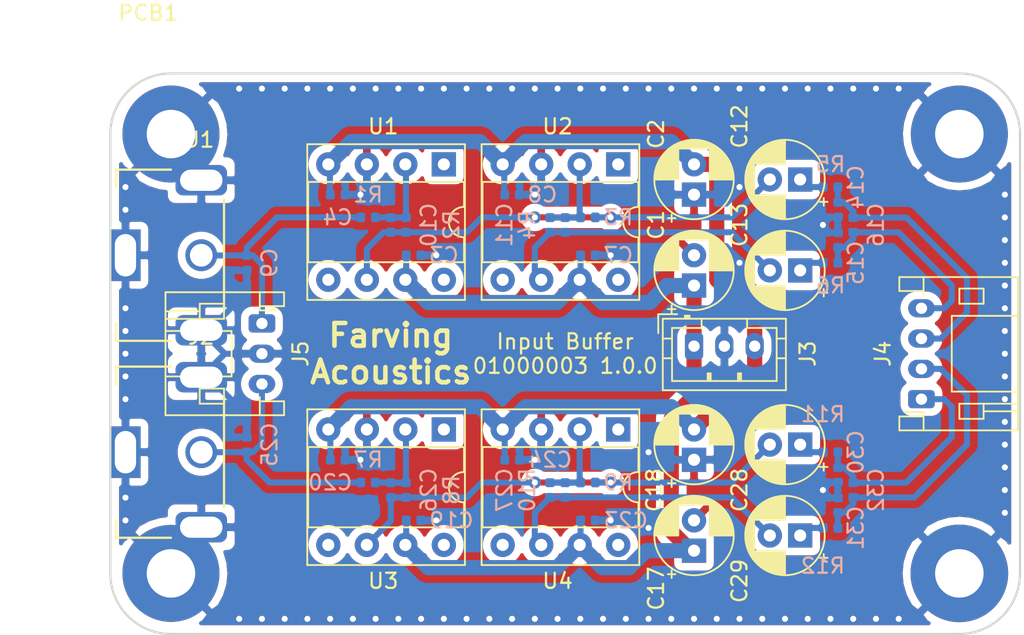
<source format=kicad_pcb>
(kicad_pcb (version 20171130) (host pcbnew "(5.1.2)-1")
  (layers (0 F.Cu signal) (31 B.Cu signal) (34 B.Paste user) (35 F.Paste user) (36 B.SilkS user) (37 F.SilkS user) (38 B.Mask user) (39 F.Mask user) (44 Edge.Cuts user))
  (net 0 "")
  (net 1 +15V)
  (net 2 -15V)
  (net 3 GNDA)
  (net 4 "Net-(C11-Pad2)")
  (net 5 "Net-(C26-Pad2)")
  (net 6 /Phono_L_Buffer/In)
  (net 7 "Net-(C10-Pad2)")
  (net 8 "Net-(C10-Pad1)")
  (net 9 "Net-(C11-Pad1)")
  (net 10 "Net-(C12-Pad1)")
  (net 11 "Net-(C13-Pad1)")
  (net 12 /Phono_L_Buffer/OutN)
  (net 13 /Phono_L_Buffer/OutP)
  (net 14 /Phono_R_Buffer/In)
  (net 15 "Net-(C26-Pad1)")
  (net 16 "Net-(C27-Pad2)")
  (net 17 "Net-(C27-Pad1)")
  (net 18 "Net-(C28-Pad1)")
  (net 19 "Net-(C29-Pad1)")
  (net 20 /Phono_R_Buffer/OutN)
  (net 21 /Phono_R_Buffer/OutP)
  (module PCB:PCB_Board_60x37 (layer F.Cu) (at 154.5 104.5)
    (fp_text reference PCB1 (at -27.5 -22.5) (layer F.SilkS))
    (fp_text value Board_Module)
    (fp_line (start -26 -18.5) (end 26 -18.5) (layer Edge.Cuts) (width 0.15))
    (fp_line (start 30 -14.5) (end 30 14.5) (layer Edge.Cuts) (width 0.15))
    (fp_line (start 26 18.5) (end -26 18.5) (layer Edge.Cuts) (width 0.15))
    (fp_line (start -30 14.5) (end -30 -14.5) (layer Edge.Cuts) (width 0.15))
    (fp_arc (start 26 -14.5) (end 30 -14.5) (angle -90) (layer Edge.Cuts) (width 0.15))
    (fp_arc (start -26 -14.5) (end -26 -18.5) (angle -90) (layer Edge.Cuts) (width 0.15))
    (fp_arc (start -26 14.5) (end -30 14.5) (angle -90) (layer Edge.Cuts) (width 0.15))
    (fp_arc (start 26 14.5) (end 26 18.5) (angle -90) (layer Edge.Cuts) (width 0.15))
    (pad 1 thru_hole circle (at -26 -14.5) (size 6.4 6.4) (drill 3.2) (layers *.Cu *.Mask) (net 3 GNDA))
    (pad 2 thru_hole circle (at -26 14.5) (size 6.4 6.4) (drill 3.2) (layers *.Cu *.Mask) (net 3 GNDA))
    (pad 3 thru_hole circle (at 26 14.5) (size 6.44 6.44) (drill 3.2) (layers *.Cu *.Mask) (net 3 GNDA))
    (pad 4 thru_hole circle (at 26 -14.5) (size 6.4 6.4) (drill 3.2) (layers *.Cu *.Mask) (net 3 GNDA))
  )
  (module Capacitor_THT:CP_Radial_D5.0mm_P2.00mm (layer F.Cu) (at 163 100 90)
    (fp_text reference C1 (at 4 -2.5 90) (layer F.SilkS))
    (fp_text value 10u)
    (pad 2 thru_hole circle (at 2 0 90) (size 1.6 1.6) (drill 0.8) (layers *.Cu *.Mask) (net 3 GNDA))
    (pad 1 thru_hole rect (at 0 0 90) (size 1.6 1.6) (drill 0.8) (layers *.Cu *.Mask) (net 1 +15V))
  )
  (module Capacitor_THT:CP_Radial_D5.0mm_P2.00mm (layer F.Cu) (at 163 94 90)
    (fp_text reference C2 (at 4 -2.5 90) (layer F.SilkS))
    (fp_text value 10u)
    (pad 1 thru_hole rect (at 0 0 90) (size 1.6 1.6) (drill 0.8) (layers *.Cu *.Mask) (net 3 GNDA))
    (pad 2 thru_hole circle (at 2 0 90) (size 1.6 1.6) (drill 0.8) (layers *.Cu *.Mask) (net 2 -15V))
  )
  (module Capacitor_SMD:C_0402_1005Metric (layer B.Cu) (at 144.5 98 180)
    (fp_text reference C3 (at -2 0 180) (layer B.SilkS) (effects (justify mirror)))
    (fp_text value 100n)
    (pad 1 smd roundrect (at -0.485 0 180) (size 0.59 0.64) (layers B.Cu B.Paste B.Mask) (net 3 GNDA))
    (pad 2 smd roundrect (at 0.485 0 180) (size 0.59 0.64) (layers B.Cu B.Paste B.Mask) (net 1 +15V))
  )
  (module Capacitor_SMD:C_0402_1005Metric (layer B.Cu) (at 139.5 94)
    (fp_text reference C4 (at 0 1.5) (layer B.SilkS) (effects (justify mirror)))
    (fp_text value 100n)
    (pad 2 smd roundrect (at 0.485 0) (size 0.59 0.64) (layers B.Cu B.Paste B.Mask) (net 3 GNDA))
    (pad 1 smd roundrect (at -0.485 0) (size 0.59 0.64) (layers B.Cu B.Paste B.Mask) (net 2 -15V))
  )
  (module Capacitor_SMD:C_0402_1005Metric (layer B.Cu) (at 156 98 180)
    (fp_text reference C7 (at -2 0 180) (layer B.SilkS) (effects (justify mirror)))
    (fp_text value 100n)
    (pad 1 smd roundrect (at -0.485 0 180) (size 0.59 0.64) (layers B.Cu B.Paste B.Mask) (net 3 GNDA))
    (pad 2 smd roundrect (at 0.485 0 180) (size 0.59 0.64) (layers B.Cu B.Paste B.Mask) (net 1 +15V))
  )
  (module Capacitor_SMD:C_0402_1005Metric (layer B.Cu) (at 151 94)
    (fp_text reference C8 (at 2 0) (layer B.SilkS) (effects (justify mirror)))
    (fp_text value 100n)
    (pad 2 smd roundrect (at 0.485 0) (size 0.59 0.64) (layers B.Cu B.Paste B.Mask) (net 3 GNDA))
    (pad 1 smd roundrect (at -0.485 0) (size 0.59 0.64) (layers B.Cu B.Paste B.Mask) (net 2 -15V))
  )
  (module Capacitor_SMD:C_0402_1005Metric (layer B.Cu) (at 133.5 98.5 90)
    (fp_text reference C9 (at 0 1.5 90) (layer B.SilkS) (effects (justify mirror)))
    (fp_text value 100p)
    (pad 1 smd roundrect (at -0.485 0 90) (size 0.59 0.64) (layers B.Cu B.Paste B.Mask) (net 3 GNDA))
    (pad 2 smd roundrect (at 0.485 0 90) (size 0.59 0.64) (layers B.Cu B.Paste B.Mask) (net 6 /Phono_L_Buffer/In))
  )
  (module Capacitor_SMD:C_0402_1005Metric (layer B.Cu) (at 143 96 90)
    (fp_text reference C10 (at 0 2.5 90) (layer B.SilkS) (effects (justify mirror)))
    (fp_text value 120p)
    (pad 2 smd roundrect (at 0.485 0 90) (size 0.59 0.64) (layers B.Cu B.Paste B.Mask) (net 7 "Net-(C10-Pad2)"))
    (pad 1 smd roundrect (at -0.485 0 90) (size 0.59 0.64) (layers B.Cu B.Paste B.Mask) (net 8 "Net-(C10-Pad1)"))
  )
  (module Capacitor_SMD:C_0402_1005Metric (layer B.Cu) (at 153.5 96 90)
    (fp_text reference C11 (at 0 -3 90) (layer B.SilkS) (effects (justify mirror)))
    (fp_text value 120p)
    (pad 2 smd roundrect (at 0.485 0 90) (size 0.59 0.64) (layers B.Cu B.Paste B.Mask) (net 4 "Net-(C11-Pad2)"))
    (pad 1 smd roundrect (at -0.485 0 90) (size 0.59 0.64) (layers B.Cu B.Paste B.Mask) (net 9 "Net-(C11-Pad1)"))
  )
  (module Capacitor_THT:CP_Radial_D5.0mm_P2.00mm (layer F.Cu) (at 170 93 180)
    (fp_text reference C12 (at 4 3.5 270) (layer F.SilkS))
    (fp_text value 10u)
    (pad 1 thru_hole rect (at 0 0 180) (size 1.6 1.6) (drill 0.8) (layers *.Cu *.Mask) (net 10 "Net-(C12-Pad1)"))
    (pad 2 thru_hole circle (at 2 0 180) (size 1.6 1.6) (drill 0.8) (layers *.Cu *.Mask) (net 8 "Net-(C10-Pad1)"))
  )
  (module Capacitor_THT:CP_Radial_D5.0mm_P2.00mm (layer F.Cu) (at 170 99 180)
    (fp_text reference C13 (at 4 3 270) (layer F.SilkS))
    (fp_text value 10u)
    (pad 2 thru_hole circle (at 2 0 180) (size 1.6 1.6) (drill 0.8) (layers *.Cu *.Mask) (net 9 "Net-(C11-Pad1)"))
    (pad 1 thru_hole rect (at 0 0 180) (size 1.6 1.6) (drill 0.8) (layers *.Cu *.Mask) (net 11 "Net-(C13-Pad1)"))
  )
  (module Capacitor_SMD:C_0402_1005Metric (layer B.Cu) (at 172.5 95 90)
    (fp_text reference C14 (at 1.5 1.17 90) (layer B.SilkS) (effects (justify mirror)))
    (fp_text value 1n)
    (pad 1 smd roundrect (at -0.485 0 90) (size 0.59 0.64) (layers B.Cu B.Paste B.Mask) (net 3 GNDA))
    (pad 2 smd roundrect (at 0.485 0 90) (size 0.59 0.64) (layers B.Cu B.Paste B.Mask) (net 12 /Phono_L_Buffer/OutN))
  )
  (module Capacitor_SMD:C_0402_1005Metric (layer B.Cu) (at 172.5 97 90)
    (fp_text reference C15 (at -1.5 1.17 90) (layer B.SilkS) (effects (justify mirror)))
    (fp_text value 1n)
    (pad 1 smd roundrect (at -0.485 0 90) (size 0.59 0.64) (layers B.Cu B.Paste B.Mask) (net 13 /Phono_L_Buffer/OutP))
    (pad 2 smd roundrect (at 0.485 0 90) (size 0.59 0.64) (layers B.Cu B.Paste B.Mask) (net 3 GNDA))
  )
  (module Capacitor_SMD:C_0402_1005Metric (layer B.Cu) (at 173.5 96 90)
    (fp_text reference C16 (at 0 1.5 90) (layer B.SilkS) (effects (justify mirror)))
    (fp_text value 100n)
    (pad 2 smd roundrect (at 0.485 0 90) (size 0.59 0.64) (layers B.Cu B.Paste B.Mask) (net 12 /Phono_L_Buffer/OutN))
    (pad 1 smd roundrect (at -0.485 0 90) (size 0.59 0.64) (layers B.Cu B.Paste B.Mask) (net 13 /Phono_L_Buffer/OutP))
  )
  (module Capacitor_THT:CP_Radial_D5.0mm_P2.00mm (layer F.Cu) (at 163 117.5 90)
    (fp_text reference C17 (at -2.5 -2.5 90) (layer F.SilkS))
    (fp_text value 10u)
    (pad 1 thru_hole rect (at 0 0 90) (size 1.6 1.6) (drill 0.8) (layers *.Cu *.Mask) (net 1 +15V))
    (pad 2 thru_hole circle (at 2 0 90) (size 1.6 1.6) (drill 0.8) (layers *.Cu *.Mask) (net 3 GNDA))
  )
  (module Capacitor_THT:CP_Radial_D5.0mm_P2.00mm (layer F.Cu) (at 163 111.5 90)
    (fp_text reference C18 (at -2 -2.62 90) (layer F.SilkS))
    (fp_text value 10u)
    (pad 2 thru_hole circle (at 2 0 90) (size 1.6 1.6) (drill 0.8) (layers *.Cu *.Mask) (net 2 -15V))
    (pad 1 thru_hole rect (at 0 0 90) (size 1.6 1.6) (drill 0.8) (layers *.Cu *.Mask) (net 3 GNDA))
  )
  (module Capacitor_SMD:C_0402_1005Metric (layer B.Cu) (at 144.5 115.5 180)
    (fp_text reference C19 (at -2.5 0 180) (layer B.SilkS) (effects (justify mirror)))
    (fp_text value 100n)
    (pad 1 smd roundrect (at -0.485 0 180) (size 0.59 0.64) (layers B.Cu B.Paste B.Mask) (net 3 GNDA))
    (pad 2 smd roundrect (at 0.485 0 180) (size 0.59 0.64) (layers B.Cu B.Paste B.Mask) (net 1 +15V))
  )
  (module Capacitor_SMD:C_0402_1005Metric (layer B.Cu) (at 139.5 111.5)
    (fp_text reference C20 (at -0.5 1.5) (layer B.SilkS) (effects (justify mirror)))
    (fp_text value 100n)
    (pad 1 smd roundrect (at -0.485 0) (size 0.59 0.64) (layers B.Cu B.Paste B.Mask) (net 2 -15V))
    (pad 2 smd roundrect (at 0.485 0) (size 0.59 0.64) (layers B.Cu B.Paste B.Mask) (net 3 GNDA))
  )
  (module Capacitor_SMD:C_0402_1005Metric (layer B.Cu) (at 156 115.5 180)
    (fp_text reference C23 (at -2.5 0 180) (layer B.SilkS) (effects (justify mirror)))
    (fp_text value 100n)
    (pad 1 smd roundrect (at -0.485 0 180) (size 0.59 0.64) (layers B.Cu B.Paste B.Mask) (net 3 GNDA))
    (pad 2 smd roundrect (at 0.485 0 180) (size 0.59 0.64) (layers B.Cu B.Paste B.Mask) (net 1 +15V))
  )
  (module Capacitor_SMD:C_0402_1005Metric (layer B.Cu) (at 151 111.5)
    (fp_text reference C24 (at 2.5 0) (layer B.SilkS) (effects (justify mirror)))
    (fp_text value 100n)
    (pad 2 smd roundrect (at 0.485 0) (size 0.59 0.64) (layers B.Cu B.Paste B.Mask) (net 3 GNDA))
    (pad 1 smd roundrect (at -0.485 0) (size 0.59 0.64) (layers B.Cu B.Paste B.Mask) (net 2 -15V))
  )
  (module Capacitor_SMD:C_0402_1005Metric (layer B.Cu) (at 133.5 110.5 270)
    (fp_text reference C25 (at 0 -1.5 270) (layer B.SilkS) (effects (justify mirror)))
    (fp_text value 100p)
    (pad 1 smd roundrect (at -0.485 0 270) (size 0.59 0.64) (layers B.Cu B.Paste B.Mask) (net 3 GNDA))
    (pad 2 smd roundrect (at 0.485 0 270) (size 0.59 0.64) (layers B.Cu B.Paste B.Mask) (net 14 /Phono_R_Buffer/In))
  )
  (module Capacitor_SMD:C_0402_1005Metric (layer B.Cu) (at 143 113.5 90)
    (fp_text reference C26 (at 0 2.5 90) (layer B.SilkS) (effects (justify mirror)))
    (fp_text value 120p)
    (pad 2 smd roundrect (at 0.485 0 90) (size 0.59 0.64) (layers B.Cu B.Paste B.Mask) (net 5 "Net-(C26-Pad2)"))
    (pad 1 smd roundrect (at -0.485 0 90) (size 0.59 0.64) (layers B.Cu B.Paste B.Mask) (net 15 "Net-(C26-Pad1)"))
  )
  (module Capacitor_SMD:C_0402_1005Metric (layer B.Cu) (at 153.5 113.5 90)
    (fp_text reference C27 (at 0 -3 90) (layer B.SilkS) (effects (justify mirror)))
    (fp_text value 120p)
    (pad 2 smd roundrect (at 0.485 0 90) (size 0.59 0.64) (layers B.Cu B.Paste B.Mask) (net 16 "Net-(C27-Pad2)"))
    (pad 1 smd roundrect (at -0.485 0 90) (size 0.59 0.64) (layers B.Cu B.Paste B.Mask) (net 17 "Net-(C27-Pad1)"))
  )
  (module Capacitor_THT:CP_Radial_D5.0mm_P2.00mm (layer F.Cu) (at 170 110.5 180)
    (fp_text reference C28 (at 4 -3 270) (layer F.SilkS))
    (fp_text value 10u)
    (pad 1 thru_hole rect (at 0 0 180) (size 1.6 1.6) (drill 0.8) (layers *.Cu *.Mask) (net 18 "Net-(C28-Pad1)"))
    (pad 2 thru_hole circle (at 2 0 180) (size 1.6 1.6) (drill 0.8) (layers *.Cu *.Mask) (net 15 "Net-(C26-Pad1)"))
  )
  (module Capacitor_THT:CP_Radial_D5.0mm_P2.00mm (layer F.Cu) (at 170 116.5 180)
    (fp_text reference C29 (at 4 -3 270) (layer F.SilkS))
    (fp_text value 10u)
    (pad 2 thru_hole circle (at 2 0 180) (size 1.6 1.6) (drill 0.8) (layers *.Cu *.Mask) (net 17 "Net-(C27-Pad1)"))
    (pad 1 thru_hole rect (at 0 0 180) (size 1.6 1.6) (drill 0.8) (layers *.Cu *.Mask) (net 19 "Net-(C29-Pad1)"))
  )
  (module Capacitor_SMD:C_0402_1005Metric (layer B.Cu) (at 172.5 112.5 90)
    (fp_text reference C30 (at 1.5 1.17 90) (layer B.SilkS) (effects (justify mirror)))
    (fp_text value 1n)
    (pad 1 smd roundrect (at -0.485 0 90) (size 0.59 0.64) (layers B.Cu B.Paste B.Mask) (net 3 GNDA))
    (pad 2 smd roundrect (at 0.485 0 90) (size 0.59 0.64) (layers B.Cu B.Paste B.Mask) (net 20 /Phono_R_Buffer/OutN))
  )
  (module Capacitor_SMD:C_0402_1005Metric (layer B.Cu) (at 172.5 114.5 90)
    (fp_text reference C31 (at -1.5 1.17 90) (layer B.SilkS) (effects (justify mirror)))
    (fp_text value 1n)
    (pad 2 smd roundrect (at 0.485 0 90) (size 0.59 0.64) (layers B.Cu B.Paste B.Mask) (net 3 GNDA))
    (pad 1 smd roundrect (at -0.485 0 90) (size 0.59 0.64) (layers B.Cu B.Paste B.Mask) (net 21 /Phono_R_Buffer/OutP))
  )
  (module Capacitor_SMD:C_0402_1005Metric (layer B.Cu) (at 173.5 113.5 90)
    (fp_text reference C32 (at 0 1.5 90) (layer B.SilkS) (effects (justify mirror)))
    (fp_text value 100n)
    (pad 2 smd roundrect (at 0.485 0 90) (size 0.59 0.64) (layers B.Cu B.Paste B.Mask) (net 20 /Phono_R_Buffer/OutN))
    (pad 1 smd roundrect (at -0.485 0 90) (size 0.59 0.64) (layers B.Cu B.Paste B.Mask) (net 21 /Phono_R_Buffer/OutP))
  )
  (module Connector_JST:JST_PH_B3B-PH-K_1x03_P2.00mm_Vertical (layer F.Cu) (at 163 104)
    (fp_text reference J3 (at 7.5 0.5 90) (layer F.SilkS))
    (fp_text value JST_PH_B3B-PH-K)
    (pad 1 thru_hole roundrect (at 0 0) (size 1.2 1.75) (drill 0.75) (layers *.Cu *.Mask) (roundrect_rratio 0.208333) (net 1 +15V))
    (pad 2 thru_hole oval (at 2 0) (size 1.2 1.75) (drill 0.75) (layers *.Cu *.Mask) (net 3 GNDA))
    (pad 3 thru_hole oval (at 4 0) (size 1.2 1.75) (drill 0.75) (layers *.Cu *.Mask) (net 2 -15V))
  )
  (module Resistor_SMD:R_0402_1005Metric (layer B.Cu) (at 141.5 95.5 180)
    (fp_text reference R1 (at 0 1.5 180) (layer B.SilkS) (effects (justify mirror)))
    (fp_text value 5k76)
    (pad 2 smd roundrect (at 0.485 0 180) (size 0.59 0.64) (layers B.Cu B.Paste B.Mask) (net 6 /Phono_L_Buffer/In))
    (pad 1 smd roundrect (at -0.485 0 180) (size 0.59 0.64) (layers B.Cu B.Paste B.Mask) (net 7 "Net-(C10-Pad2)"))
  )
  (module Resistor_SMD:R_0402_1005Metric (layer B.Cu) (at 144 96 90)
    (fp_text reference R2 (at 0 3 90) (layer B.SilkS) (effects (justify mirror)))
    (fp_text value 5k76)
    (pad 1 smd roundrect (at -0.485 0 90) (size 0.59 0.64) (layers B.Cu B.Paste B.Mask) (net 8 "Net-(C10-Pad1)"))
    (pad 2 smd roundrect (at 0.485 0 90) (size 0.59 0.64) (layers B.Cu B.Paste B.Mask) (net 7 "Net-(C10-Pad2)"))
  )
  (module Resistor_SMD:R_0402_1005Metric (layer B.Cu) (at 156 95.5 180)
    (fp_text reference R3 (at -2 0 180) (layer B.SilkS) (effects (justify mirror)))
    (fp_text value 5k76)
    (pad 2 smd roundrect (at 0.485 0 180) (size 0.59 0.64) (layers B.Cu B.Paste B.Mask) (net 4 "Net-(C11-Pad2)"))
    (pad 1 smd roundrect (at -0.485 0 180) (size 0.59 0.64) (layers B.Cu B.Paste B.Mask) (net 8 "Net-(C10-Pad1)"))
  )
  (module Resistor_SMD:R_0402_1005Metric (layer B.Cu) (at 154.5 96 90)
    (fp_text reference R4 (at 0 -2.5 90) (layer B.SilkS) (effects (justify mirror)))
    (fp_text value 5k76)
    (pad 1 smd roundrect (at -0.485 0 90) (size 0.59 0.64) (layers B.Cu B.Paste B.Mask) (net 9 "Net-(C11-Pad1)"))
    (pad 2 smd roundrect (at 0.485 0 90) (size 0.59 0.64) (layers B.Cu B.Paste B.Mask) (net 4 "Net-(C11-Pad2)"))
  )
  (module Resistor_SMD:R_0402_1005Metric (layer B.Cu) (at 172 93.5 180)
    (fp_text reference R5 (at 0 1.5 180) (layer B.SilkS) (effects (justify mirror)))
    (fp_text value 237R)
    (pad 1 smd roundrect (at -0.485 0 180) (size 0.59 0.64) (layers B.Cu B.Paste B.Mask) (net 12 /Phono_L_Buffer/OutN))
    (pad 2 smd roundrect (at 0.485 0 180) (size 0.59 0.64) (layers B.Cu B.Paste B.Mask) (net 10 "Net-(C12-Pad1)"))
  )
  (module Resistor_SMD:R_0402_1005Metric (layer B.Cu) (at 172 98.5 180)
    (fp_text reference R6 (at 0 -1.5 180) (layer B.SilkS) (effects (justify mirror)))
    (fp_text value 237R)
    (pad 2 smd roundrect (at 0.485 0 180) (size 0.59 0.64) (layers B.Cu B.Paste B.Mask) (net 11 "Net-(C13-Pad1)"))
    (pad 1 smd roundrect (at -0.485 0 180) (size 0.59 0.64) (layers B.Cu B.Paste B.Mask) (net 13 /Phono_L_Buffer/OutP))
  )
  (module Resistor_SMD:R_0402_1005Metric (layer B.Cu) (at 141.5 113 180)
    (fp_text reference R7 (at 0 1.5 180) (layer B.SilkS) (effects (justify mirror)))
    (fp_text value 5k76)
    (pad 1 smd roundrect (at -0.485 0 180) (size 0.59 0.64) (layers B.Cu B.Paste B.Mask) (net 5 "Net-(C26-Pad2)"))
    (pad 2 smd roundrect (at 0.485 0 180) (size 0.59 0.64) (layers B.Cu B.Paste B.Mask) (net 14 /Phono_R_Buffer/In))
  )
  (module Resistor_SMD:R_0402_1005Metric (layer B.Cu) (at 144 113.5 90)
    (fp_text reference R8 (at 0 3 90) (layer B.SilkS) (effects (justify mirror)))
    (fp_text value 5k76)
    (pad 2 smd roundrect (at 0.485 0 90) (size 0.59 0.64) (layers B.Cu B.Paste B.Mask) (net 5 "Net-(C26-Pad2)"))
    (pad 1 smd roundrect (at -0.485 0 90) (size 0.59 0.64) (layers B.Cu B.Paste B.Mask) (net 15 "Net-(C26-Pad1)"))
  )
  (module Resistor_SMD:R_0402_1005Metric (layer B.Cu) (at 156 113 180)
    (fp_text reference R9 (at -2 0 180) (layer B.SilkS) (effects (justify mirror)))
    (fp_text value 5k76)
    (pad 2 smd roundrect (at 0.485 0 180) (size 0.59 0.64) (layers B.Cu B.Paste B.Mask) (net 16 "Net-(C27-Pad2)"))
    (pad 1 smd roundrect (at -0.485 0 180) (size 0.59 0.64) (layers B.Cu B.Paste B.Mask) (net 15 "Net-(C26-Pad1)"))
  )
  (module Resistor_SMD:R_0402_1005Metric (layer B.Cu) (at 154.5 113.5 90)
    (fp_text reference R10 (at 0 -2.5 270) (layer B.SilkS) (effects (justify mirror)))
    (fp_text value 5k76)
    (pad 1 smd roundrect (at -0.485 0 90) (size 0.59 0.64) (layers B.Cu B.Paste B.Mask) (net 17 "Net-(C27-Pad1)"))
    (pad 2 smd roundrect (at 0.485 0 90) (size 0.59 0.64) (layers B.Cu B.Paste B.Mask) (net 16 "Net-(C27-Pad2)"))
  )
  (module Resistor_SMD:R_0402_1005Metric (layer B.Cu) (at 172 111 180)
    (fp_text reference R11 (at 0.5 2.5 180) (layer B.SilkS) (effects (justify mirror)))
    (fp_text value 237R)
    (pad 2 smd roundrect (at 0.485 0 180) (size 0.59 0.64) (layers B.Cu B.Paste B.Mask) (net 18 "Net-(C28-Pad1)"))
    (pad 1 smd roundrect (at -0.485 0 180) (size 0.59 0.64) (layers B.Cu B.Paste B.Mask) (net 20 /Phono_R_Buffer/OutN))
  )
  (module Resistor_SMD:R_0402_1005Metric (layer B.Cu) (at 172 116 180)
    (fp_text reference R12 (at 0.5 -2.5 180) (layer B.SilkS) (effects (justify mirror)))
    (fp_text value 237R)
    (pad 1 smd roundrect (at -0.485 0 180) (size 0.59 0.64) (layers B.Cu B.Paste B.Mask) (net 21 /Phono_R_Buffer/OutP))
    (pad 2 smd roundrect (at 0.485 0 180) (size 0.59 0.64) (layers B.Cu B.Paste B.Mask) (net 19 "Net-(C29-Pad1)"))
  )
  (module Package_DIP:DIP-8_W7.62mm_Socket (layer F.Cu) (at 146.5 92 270)
    (fp_text reference U1 (at -2.5 4) (layer F.SilkS))
    (fp_text value AD797)
    (pad 8 thru_hole oval (at 7.62 0 270) (size 1.6 1.6) (drill 0.8) (layers *.Cu *.Mask))
    (pad 4 thru_hole oval (at 0 7.62 270) (size 1.6 1.6) (drill 0.8) (layers *.Cu *.Mask) (net 2 -15V))
    (pad 7 thru_hole oval (at 7.62 2.54 270) (size 1.6 1.6) (drill 0.8) (layers *.Cu *.Mask) (net 1 +15V))
    (pad 3 thru_hole oval (at 0 5.08 270) (size 1.6 1.6) (drill 0.8) (layers *.Cu *.Mask) (net 3 GNDA))
    (pad 6 thru_hole oval (at 7.62 5.08 270) (size 1.6 1.6) (drill 0.8) (layers *.Cu *.Mask) (net 8 "Net-(C10-Pad1)"))
    (pad 2 thru_hole oval (at 0 2.54 270) (size 1.6 1.6) (drill 0.8) (layers *.Cu *.Mask) (net 7 "Net-(C10-Pad2)"))
    (pad 5 thru_hole oval (at 7.62 7.62 270) (size 1.6 1.6) (drill 0.8) (layers *.Cu *.Mask))
    (pad 1 thru_hole rect (at 0 0 270) (size 1.6 1.6) (drill 0.8) (layers *.Cu *.Mask))
  )
  (module Package_DIP:DIP-8_W7.62mm_Socket (layer F.Cu) (at 158 92 270)
    (fp_text reference U2 (at -2.5 4) (layer F.SilkS))
    (fp_text value AD797)
    (pad 1 thru_hole rect (at 0 0 270) (size 1.6 1.6) (drill 0.8) (layers *.Cu *.Mask))
    (pad 5 thru_hole oval (at 7.62 7.62 270) (size 1.6 1.6) (drill 0.8) (layers *.Cu *.Mask))
    (pad 2 thru_hole oval (at 0 2.54 270) (size 1.6 1.6) (drill 0.8) (layers *.Cu *.Mask) (net 4 "Net-(C11-Pad2)"))
    (pad 6 thru_hole oval (at 7.62 5.08 270) (size 1.6 1.6) (drill 0.8) (layers *.Cu *.Mask) (net 9 "Net-(C11-Pad1)"))
    (pad 3 thru_hole oval (at 0 5.08 270) (size 1.6 1.6) (drill 0.8) (layers *.Cu *.Mask) (net 3 GNDA))
    (pad 7 thru_hole oval (at 7.62 2.54 270) (size 1.6 1.6) (drill 0.8) (layers *.Cu *.Mask) (net 1 +15V))
    (pad 4 thru_hole oval (at 0 7.62 270) (size 1.6 1.6) (drill 0.8) (layers *.Cu *.Mask) (net 2 -15V))
    (pad 8 thru_hole oval (at 7.62 0 270) (size 1.6 1.6) (drill 0.8) (layers *.Cu *.Mask))
  )
  (module Package_DIP:DIP-8_W7.62mm_Socket (layer F.Cu) (at 146.5 109.5 270)
    (fp_text reference U3 (at 10 4) (layer F.SilkS))
    (fp_text value AD797)
    (pad 8 thru_hole oval (at 7.62 0 270) (size 1.6 1.6) (drill 0.8) (layers *.Cu *.Mask))
    (pad 4 thru_hole oval (at 0 7.62 270) (size 1.6 1.6) (drill 0.8) (layers *.Cu *.Mask) (net 2 -15V))
    (pad 7 thru_hole oval (at 7.62 2.54 270) (size 1.6 1.6) (drill 0.8) (layers *.Cu *.Mask) (net 1 +15V))
    (pad 3 thru_hole oval (at 0 5.08 270) (size 1.6 1.6) (drill 0.8) (layers *.Cu *.Mask) (net 3 GNDA))
    (pad 6 thru_hole oval (at 7.62 5.08 270) (size 1.6 1.6) (drill 0.8) (layers *.Cu *.Mask) (net 15 "Net-(C26-Pad1)"))
    (pad 2 thru_hole oval (at 0 2.54 270) (size 1.6 1.6) (drill 0.8) (layers *.Cu *.Mask) (net 5 "Net-(C26-Pad2)"))
    (pad 5 thru_hole oval (at 7.62 7.62 270) (size 1.6 1.6) (drill 0.8) (layers *.Cu *.Mask))
    (pad 1 thru_hole rect (at 0 0 270) (size 1.6 1.6) (drill 0.8) (layers *.Cu *.Mask))
  )
  (module Package_DIP:DIP-8_W7.62mm_Socket (layer F.Cu) (at 158 109.5 270)
    (fp_text reference U4 (at 10 4) (layer F.SilkS))
    (fp_text value AD797)
    (pad 1 thru_hole rect (at 0 0 270) (size 1.6 1.6) (drill 0.8) (layers *.Cu *.Mask))
    (pad 5 thru_hole oval (at 7.62 7.62 270) (size 1.6 1.6) (drill 0.8) (layers *.Cu *.Mask))
    (pad 2 thru_hole oval (at 0 2.54 270) (size 1.6 1.6) (drill 0.8) (layers *.Cu *.Mask) (net 16 "Net-(C27-Pad2)"))
    (pad 6 thru_hole oval (at 7.62 5.08 270) (size 1.6 1.6) (drill 0.8) (layers *.Cu *.Mask) (net 17 "Net-(C27-Pad1)"))
    (pad 3 thru_hole oval (at 0 5.08 270) (size 1.6 1.6) (drill 0.8) (layers *.Cu *.Mask) (net 3 GNDA))
    (pad 7 thru_hole oval (at 7.62 2.54 270) (size 1.6 1.6) (drill 0.8) (layers *.Cu *.Mask) (net 1 +15V))
    (pad 4 thru_hole oval (at 0 7.62 270) (size 1.6 1.6) (drill 0.8) (layers *.Cu *.Mask) (net 2 -15V))
    (pad 8 thru_hole oval (at 7.62 0 270) (size 1.6 1.6) (drill 0.8) (layers *.Cu *.Mask))
  )
  (module Connector_Audio_Devel:RCA_Horizontal_RNDConnect (layer F.Cu) (at 130.5 98)
    (fp_text reference J1 (at 0 -7.62) (layer F.SilkS))
    (fp_text value "RND 205-00698")
    (pad S thru_hole rect (at -5 0) (size 2 3.4) (drill oval 1.4 2.8) (layers *.Cu *.Mask) (net 3 GNDA))
    (pad S thru_hole roundrect (at 0 4.95) (size 3.4 2) (drill oval 2.8 1.4) (layers *.Cu *.Mask) (net 3 GNDA))
    (pad T thru_hole circle (at 0 0) (size 2.1 2.1) (drill 1.5) (layers *.Cu *.Mask) (net 6 /Phono_L_Buffer/In))
    (pad S thru_hole roundrect (at 0 -4.95 90) (size 2 3.4) (drill oval 1.4 2.8) (layers *.Cu *.Mask) (net 3 GNDA))
  )
  (module Connector_Audio_Devel:RCA_Horizontal_RNDConnect (layer F.Cu) (at 130.5 111)
    (fp_text reference J2 (at 0 -7.62) (layer F.SilkS))
    (fp_text value "RND 205-00699")
    (pad S thru_hole roundrect (at 0 -4.95 90) (size 2 3.4) (drill oval 1.4 2.8) (layers *.Cu *.Mask) (net 3 GNDA))
    (pad T thru_hole circle (at 0 0) (size 2.1 2.1) (drill 1.5) (layers *.Cu *.Mask) (net 14 /Phono_R_Buffer/In))
    (pad S thru_hole roundrect (at 0 4.95) (size 3.4 2) (drill oval 2.8 1.4) (layers *.Cu *.Mask) (net 3 GNDA))
    (pad S thru_hole rect (at -5 0) (size 2 3.4) (drill oval 1.4 2.8) (layers *.Cu *.Mask) (net 3 GNDA))
  )
  (module Connector_JST:JST_PH_S4B-PH-K_1x04_P2.00mm_Horizontal (layer F.Cu) (at 178 107.5 90)
    (fp_text reference J4 (at 3 -2.55 90) (layer F.SilkS))
    (fp_text value JST_PH_S4B-PH-K)
    (pad 1 thru_hole roundrect (at 0 0 90) (size 1.2 1.75) (drill 0.75) (layers *.Cu *.Mask) (roundrect_rratio 0.208333) (net 20 /Phono_R_Buffer/OutN))
    (pad 2 thru_hole oval (at 2 0 90) (size 1.2 1.75) (drill 0.75) (layers *.Cu *.Mask) (net 21 /Phono_R_Buffer/OutP))
    (pad 3 thru_hole oval (at 4 0 90) (size 1.2 1.75) (drill 0.75) (layers *.Cu *.Mask) (net 12 /Phono_L_Buffer/OutN))
    (pad 4 thru_hole oval (at 6 0 90) (size 1.2 1.75) (drill 0.75) (layers *.Cu *.Mask) (net 13 /Phono_L_Buffer/OutP))
  )
  (module Connector_JST:JST_PH_S3B-PH-K_1x03_P2.00mm_Horizontal (layer F.Cu) (at 134.5 102.5 270)
    (fp_text reference J5 (at 2 -2.55 270) (layer F.SilkS))
    (fp_text value JST_PH_S3B-PH-K)
    (pad 1 thru_hole roundrect (at 0 0 270) (size 1.2 1.75) (drill 0.75) (layers *.Cu *.Mask) (roundrect_rratio 0.208333) (net 6 /Phono_L_Buffer/In))
    (pad 2 thru_hole oval (at 2 0 270) (size 1.2 1.75) (drill 0.75) (layers *.Cu *.Mask) (net 3 GNDA))
    (pad 3 thru_hole oval (at 4 0 270) (size 1.2 1.75) (drill 0.75) (layers *.Cu *.Mask) (net 14 /Phono_R_Buffer/In))
  )
  (gr_text "Input Buffer\n01000003 1.0.0" (at 154.5 104.5) (layer F.SilkS) (effects (font (size 1 1))))
  (gr_text "Farving\nAcoustics" (at 143 104.5) (layer F.SilkS) (effects (font (size 1.5 1.5) (thickness 0.3))))
  (segment (start 144.015 99.565) (end 143.96 99.62) (width 0.4) (layer B.Cu) (net 1))
  (segment (start 144.015 98) (end 144.015 99.565) (width 0.4) (layer B.Cu) (net 1))
  (segment (start 155.515 99.565) (end 155.46 99.62) (width 0.4) (layer B.Cu) (net 1))
  (segment (start 155.515 98) (end 155.515 99.565) (width 0.4) (layer B.Cu) (net 1))
  (segment (start 144.015 117.065) (end 143.96 117.12) (width 0.4) (layer B.Cu) (net 1))
  (segment (start 144.015 115.5) (end 144.015 117.065) (width 0.4) (layer B.Cu) (net 1))
  (segment (start 155.515 117.065) (end 155.46 117.12) (width 0.4) (layer B.Cu) (net 1))
  (segment (start 155.515 115.5) (end 155.515 117.065) (width 0.4) (layer B.Cu) (net 1))
  (segment (start 156.259999 100.419999) (end 155.46 99.62) (width 1) (layer B.Cu) (net 1))
  (segment (start 156.960001 101.120001) (end 156.259999 100.419999) (width 1) (layer B.Cu) (net 1))
  (segment (start 160.079999 101.120001) (end 156.960001 101.120001) (width 1) (layer B.Cu) (net 1))
  (segment (start 161.2 100) (end 160.079999 101.120001) (width 1) (layer B.Cu) (net 1))
  (segment (start 163 100) (end 161.2 100) (width 1) (layer B.Cu) (net 1))
  (segment (start 144.759999 100.419999) (end 143.96 99.62) (width 1) (layer B.Cu) (net 1))
  (segment (start 145.460001 101.120001) (end 144.759999 100.419999) (width 1) (layer B.Cu) (net 1))
  (segment (start 153.959999 101.120001) (end 145.460001 101.120001) (width 1) (layer B.Cu) (net 1))
  (segment (start 155.46 99.62) (end 153.959999 101.120001) (width 1) (layer B.Cu) (net 1))
  (segment (start 156.259999 117.919999) (end 155.46 117.12) (width 1) (layer B.Cu) (net 1))
  (segment (start 156.960001 118.620001) (end 156.259999 117.919999) (width 1) (layer B.Cu) (net 1))
  (segment (start 158.720001 118.620001) (end 156.960001 118.620001) (width 1) (layer B.Cu) (net 1))
  (segment (start 159.840002 117.5) (end 158.720001 118.620001) (width 1) (layer B.Cu) (net 1))
  (segment (start 163 117.5) (end 159.840002 117.5) (width 1) (layer B.Cu) (net 1))
  (segment (start 144.759999 117.919999) (end 143.96 117.12) (width 1) (layer B.Cu) (net 1))
  (segment (start 145.460001 118.620001) (end 144.759999 117.919999) (width 1) (layer B.Cu) (net 1))
  (segment (start 153.959999 118.620001) (end 145.460001 118.620001) (width 1) (layer B.Cu) (net 1))
  (segment (start 155.46 117.12) (end 153.959999 118.620001) (width 1) (layer B.Cu) (net 1))
  (segment (start 163 104) (end 163 100) (width 1) (layer F.Cu) (net 1))
  (segment (start 162.779998 117.5) (end 163 117.5) (width 1) (layer F.Cu) (net 1))
  (segment (start 161.499999 116.220001) (end 162.779998 117.5) (width 1) (layer F.Cu) (net 1))
  (segment (start 161.499999 108.779999) (end 161.499999 116.220001) (width 1) (layer F.Cu) (net 1))
  (segment (start 163 107.279998) (end 161.499999 108.779999) (width 1) (layer F.Cu) (net 1))
  (segment (start 163 104) (end 163 107.279998) (width 1) (layer F.Cu) (net 1))
  (segment (start 138.985 92.105) (end 138.88 92) (width 0.4) (layer B.Cu) (net 2))
  (segment (start 138.985 94) (end 138.985 92.105) (width 0.4) (layer B.Cu) (net 2))
  (segment (start 150.485 92.105) (end 150.38 92) (width 0.4) (layer B.Cu) (net 2))
  (segment (start 150.485 94) (end 150.485 92.105) (width 0.4) (layer B.Cu) (net 2))
  (segment (start 150.515 109.635) (end 150.38 109.5) (width 0.4) (layer B.Cu) (net 2))
  (segment (start 150.515 111.5) (end 150.515 109.635) (width 0.4) (layer B.Cu) (net 2))
  (segment (start 139.015 109.635) (end 138.88 109.5) (width 0.4) (layer B.Cu) (net 2))
  (segment (start 139.015 111.5) (end 139.015 109.635) (width 0.4) (layer B.Cu) (net 2))
  (segment (start 151.179999 91.200001) (end 150.38 92) (width 1) (layer B.Cu) (net 2))
  (segment (start 151.880001 90.499999) (end 151.179999 91.200001) (width 1) (layer B.Cu) (net 2))
  (segment (start 161.499999 90.499999) (end 151.880001 90.499999) (width 1) (layer B.Cu) (net 2))
  (segment (start 163 92) (end 161.499999 90.499999) (width 1) (layer B.Cu) (net 2))
  (segment (start 139.679999 91.200001) (end 138.88 92) (width 1) (layer B.Cu) (net 2))
  (segment (start 140.380001 90.499999) (end 139.679999 91.200001) (width 1) (layer B.Cu) (net 2))
  (segment (start 148.879999 90.499999) (end 140.380001 90.499999) (width 1) (layer B.Cu) (net 2))
  (segment (start 150.38 92) (end 148.879999 90.499999) (width 1) (layer B.Cu) (net 2))
  (segment (start 151.179999 108.700001) (end 150.38 109.5) (width 1) (layer B.Cu) (net 2))
  (segment (start 151.880001 107.999999) (end 151.179999 108.700001) (width 1) (layer B.Cu) (net 2))
  (segment (start 161.499999 107.999999) (end 151.880001 107.999999) (width 1) (layer B.Cu) (net 2))
  (segment (start 163 109.5) (end 161.499999 107.999999) (width 1) (layer B.Cu) (net 2))
  (segment (start 139.679999 108.700001) (end 138.88 109.5) (width 1) (layer B.Cu) (net 2))
  (segment (start 140.380001 107.999999) (end 139.679999 108.700001) (width 1) (layer B.Cu) (net 2))
  (segment (start 148.879999 107.999999) (end 140.380001 107.999999) (width 1) (layer B.Cu) (net 2))
  (segment (start 150.38 109.5) (end 148.879999 107.999999) (width 1) (layer B.Cu) (net 2))
  (segment (start 164.13137 92) (end 163 92) (width 1) (layer F.Cu) (net 2))
  (segment (start 164.500001 92.368631) (end 164.13137 92) (width 1) (layer F.Cu) (net 2))
  (segment (start 164.500001 99.625001) (end 164.500001 92.368631) (width 1) (layer F.Cu) (net 2))
  (segment (start 167 102.125) (end 164.500001 99.625001) (width 1) (layer F.Cu) (net 2))
  (segment (start 167 104) (end 167 102.125) (width 1) (layer F.Cu) (net 2))
  (segment (start 167 105.5) (end 163 109.5) (width 1) (layer F.Cu) (net 2))
  (segment (start 167 104) (end 167 105.5) (width 1) (layer F.Cu) (net 2))
  (via (at 171.5 96) (size 0.8) (drill 0.4) (layers F.Cu B.Cu) (net 3))
  (segment (start 172.015 96.515) (end 171.5 96) (width 0.4) (layer B.Cu) (net 3))
  (segment (start 172.5 96.515) (end 172.015 96.515) (width 0.4) (layer B.Cu) (net 3))
  (segment (start 172.015 95.485) (end 171.5 96) (width 0.4) (layer B.Cu) (net 3))
  (segment (start 172.5 95.485) (end 172.015 95.485) (width 0.4) (layer B.Cu) (net 3))
  (via (at 171.5 113.5) (size 0.8) (drill 0.4) (layers F.Cu B.Cu) (net 3))
  (segment (start 172.015 112.985) (end 171.5 113.5) (width 0.4) (layer B.Cu) (net 3))
  (segment (start 172.5 112.985) (end 172.015 112.985) (width 0.4) (layer B.Cu) (net 3))
  (segment (start 172.015 114.015) (end 171.5 113.5) (width 0.4) (layer B.Cu) (net 3))
  (segment (start 172.5 114.015) (end 172.015 114.015) (width 0.4) (layer B.Cu) (net 3))
  (segment (start 133.5 100.45) (end 131 102.95) (width 0.4) (layer B.Cu) (net 3))
  (segment (start 133.5 98.985) (end 133.5 100.45) (width 0.4) (layer B.Cu) (net 3))
  (segment (start 131 102.95) (end 130.5 102.95) (width 0.4) (layer B.Cu) (net 3))
  (segment (start 133.5 110.015) (end 133.5 108.55) (width 0.4) (layer B.Cu) (net 3))
  (segment (start 131 106.05) (end 130.5 106.05) (width 0.4) (layer B.Cu) (net 3))
  (segment (start 133.5 108.55) (end 131 106.05) (width 0.4) (layer B.Cu) (net 3))
  (via (at 141 94) (size 0.8) (drill 0.4) (layers F.Cu B.Cu) (net 3))
  (via (at 146 98) (size 0.8) (drill 0.4) (layers F.Cu B.Cu) (net 3))
  (via (at 152.5 94) (size 0.8) (drill 0.4) (layers F.Cu B.Cu) (net 3))
  (via (at 157.5 98) (size 0.8) (drill 0.4) (layers F.Cu B.Cu) (net 3))
  (via (at 152.5 111.5) (size 0.8) (drill 0.4) (layers F.Cu B.Cu) (net 3))
  (via (at 141 111.5) (size 0.8) (drill 0.4) (layers F.Cu B.Cu) (net 3))
  (via (at 146 115.5) (size 0.8) (drill 0.4) (layers F.Cu B.Cu) (net 3))
  (via (at 157.5 115.5) (size 0.8) (drill 0.4) (layers F.Cu B.Cu) (net 3))
  (via (at 160 111) (size 0.8) (drill 0.4) (layers F.Cu B.Cu) (net 3))
  (via (at 160 116) (size 0.8) (drill 0.4) (layers F.Cu B.Cu) (net 3))
  (via (at 166 93.5) (size 0.8) (drill 0.4) (layers F.Cu B.Cu) (net 3))
  (via (at 166 98.5) (size 0.8) (drill 0.4) (layers F.Cu B.Cu) (net 3))
  (via (at 125.5 95) (size 0.8) (drill 0.4) (layers F.Cu B.Cu) (net 3))
  (via (at 125.5 93.5) (size 0.8) (drill 0.4) (layers F.Cu B.Cu) (net 3))
  (via (at 125.5 104.5) (size 0.8) (drill 0.4) (layers F.Cu B.Cu) (net 3))
  (via (at 125.5 103) (size 0.8) (drill 0.4) (layers F.Cu B.Cu) (net 3))
  (via (at 125.5 101.5) (size 0.8) (drill 0.4) (layers F.Cu B.Cu) (net 3))
  (via (at 125.5 106) (size 0.8) (drill 0.4) (layers F.Cu B.Cu) (net 3))
  (via (at 125.5 107.5) (size 0.8) (drill 0.4) (layers F.Cu B.Cu) (net 3))
  (via (at 125.5 114) (size 0.8) (drill 0.4) (layers F.Cu B.Cu) (net 3))
  (via (at 125.5 115.5) (size 0.8) (drill 0.4) (layers F.Cu B.Cu) (net 3))
  (via (at 133 122) (size 0.8) (drill 0.4) (layers F.Cu B.Cu) (net 3))
  (via (at 134.5 122) (size 0.8) (drill 0.4) (layers F.Cu B.Cu) (net 3))
  (via (at 136 122) (size 0.8) (drill 0.4) (layers F.Cu B.Cu) (net 3))
  (via (at 137.5 122) (size 0.8) (drill 0.4) (layers F.Cu B.Cu) (net 3))
  (via (at 139 122) (size 0.8) (drill 0.4) (layers F.Cu B.Cu) (net 3))
  (via (at 140.5 122) (size 0.8) (drill 0.4) (layers F.Cu B.Cu) (net 3))
  (via (at 142 122) (size 0.8) (drill 0.4) (layers F.Cu B.Cu) (net 3))
  (via (at 143.5 122) (size 0.8) (drill 0.4) (layers F.Cu B.Cu) (net 3))
  (via (at 145 122) (size 0.8) (drill 0.4) (layers F.Cu B.Cu) (net 3))
  (via (at 146.5 122) (size 0.8) (drill 0.4) (layers F.Cu B.Cu) (net 3))
  (via (at 148 122) (size 0.8) (drill 0.4) (layers F.Cu B.Cu) (net 3))
  (via (at 149.5 122) (size 0.8) (drill 0.4) (layers F.Cu B.Cu) (net 3))
  (via (at 151 122) (size 0.8) (drill 0.4) (layers F.Cu B.Cu) (net 3))
  (via (at 152.5 122) (size 0.8) (drill 0.4) (layers F.Cu B.Cu) (net 3))
  (via (at 154 122) (size 0.8) (drill 0.4) (layers F.Cu B.Cu) (net 3))
  (via (at 155.5 122) (size 0.8) (drill 0.4) (layers F.Cu B.Cu) (net 3))
  (via (at 157 122) (size 0.8) (drill 0.4) (layers F.Cu B.Cu) (net 3))
  (via (at 158.5 122) (size 0.8) (drill 0.4) (layers F.Cu B.Cu) (net 3))
  (via (at 160 122) (size 0.8) (drill 0.4) (layers F.Cu B.Cu) (net 3))
  (via (at 161.5 122) (size 0.8) (drill 0.4) (layers F.Cu B.Cu) (net 3))
  (via (at 163 122) (size 0.8) (drill 0.4) (layers F.Cu B.Cu) (net 3))
  (via (at 164.5 122) (size 0.8) (drill 0.4) (layers F.Cu B.Cu) (net 3))
  (via (at 166 122) (size 0.8) (drill 0.4) (layers F.Cu B.Cu) (net 3))
  (via (at 167.5 122) (size 0.8) (drill 0.4) (layers F.Cu B.Cu) (net 3))
  (via (at 169 122) (size 0.8) (drill 0.4) (layers F.Cu B.Cu) (net 3))
  (via (at 170.5 122) (size 0.8) (drill 0.4) (layers F.Cu B.Cu) (net 3))
  (via (at 172 122) (size 0.8) (drill 0.4) (layers F.Cu B.Cu) (net 3))
  (via (at 173.5 122) (size 0.8) (drill 0.4) (layers F.Cu B.Cu) (net 3))
  (via (at 175 122) (size 0.8) (drill 0.4) (layers F.Cu B.Cu) (net 3))
  (via (at 176.5 122) (size 0.8) (drill 0.4) (layers F.Cu B.Cu) (net 3))
  (via (at 183.5 115) (size 0.8) (drill 0.4) (layers F.Cu B.Cu) (net 3))
  (via (at 183.5 113.5) (size 0.8) (drill 0.4) (layers F.Cu B.Cu) (net 3))
  (via (at 183.5 112) (size 0.8) (drill 0.4) (layers F.Cu B.Cu) (net 3))
  (via (at 183.5 110.5) (size 0.8) (drill 0.4) (layers F.Cu B.Cu) (net 3))
  (via (at 183.5 109) (size 0.8) (drill 0.4) (layers F.Cu B.Cu) (net 3))
  (via (at 183.5 107.5) (size 0.8) (drill 0.4) (layers F.Cu B.Cu) (net 3))
  (via (at 183.5 106) (size 0.8) (drill 0.4) (layers F.Cu B.Cu) (net 3))
  (via (at 183.5 104.5) (size 0.8) (drill 0.4) (layers F.Cu B.Cu) (net 3))
  (via (at 183.5 103) (size 0.8) (drill 0.4) (layers F.Cu B.Cu) (net 3))
  (via (at 183.5 101.5) (size 0.8) (drill 0.4) (layers F.Cu B.Cu) (net 3))
  (via (at 183.5 100) (size 0.8) (drill 0.4) (layers F.Cu B.Cu) (net 3))
  (via (at 183.5 98.5) (size 0.8) (drill 0.4) (layers F.Cu B.Cu) (net 3))
  (via (at 183.5 97) (size 0.8) (drill 0.4) (layers F.Cu B.Cu) (net 3))
  (via (at 183.5 95.5) (size 0.8) (drill 0.4) (layers F.Cu B.Cu) (net 3))
  (via (at 183.5 94) (size 0.8) (drill 0.4) (layers F.Cu B.Cu) (net 3))
  (via (at 176.5 87) (size 0.8) (drill 0.4) (layers F.Cu B.Cu) (net 3))
  (via (at 175 87) (size 0.8) (drill 0.4) (layers F.Cu B.Cu) (net 3))
  (via (at 173.5 87) (size 0.8) (drill 0.4) (layers F.Cu B.Cu) (net 3))
  (via (at 172 87) (size 0.8) (drill 0.4) (layers F.Cu B.Cu) (net 3))
  (via (at 170.5 87) (size 0.8) (drill 0.4) (layers F.Cu B.Cu) (net 3))
  (via (at 169 87) (size 0.8) (drill 0.4) (layers F.Cu B.Cu) (net 3))
  (via (at 167.5 87) (size 0.8) (drill 0.4) (layers F.Cu B.Cu) (net 3))
  (via (at 166 87) (size 0.8) (drill 0.4) (layers F.Cu B.Cu) (net 3))
  (via (at 164.5 87) (size 0.8) (drill 0.4) (layers F.Cu B.Cu) (net 3))
  (via (at 163 87) (size 0.8) (drill 0.4) (layers F.Cu B.Cu) (net 3))
  (via (at 161.5 87) (size 0.8) (drill 0.4) (layers F.Cu B.Cu) (net 3))
  (via (at 160 87) (size 0.8) (drill 0.4) (layers F.Cu B.Cu) (net 3))
  (via (at 158.5 87) (size 0.8) (drill 0.4) (layers F.Cu B.Cu) (net 3))
  (via (at 157 87) (size 0.8) (drill 0.4) (layers F.Cu B.Cu) (net 3))
  (via (at 155.5 87) (size 0.8) (drill 0.4) (layers F.Cu B.Cu) (net 3))
  (via (at 154 87) (size 0.8) (drill 0.4) (layers F.Cu B.Cu) (net 3))
  (via (at 152.5 87) (size 0.8) (drill 0.4) (layers F.Cu B.Cu) (net 3))
  (via (at 151 87) (size 0.8) (drill 0.4) (layers F.Cu B.Cu) (net 3))
  (via (at 149.5 87) (size 0.8) (drill 0.4) (layers F.Cu B.Cu) (net 3))
  (via (at 148 87) (size 0.8) (drill 0.4) (layers F.Cu B.Cu) (net 3))
  (via (at 146.5 87) (size 0.8) (drill 0.4) (layers F.Cu B.Cu) (net 3))
  (via (at 145 87) (size 0.8) (drill 0.4) (layers F.Cu B.Cu) (net 3))
  (via (at 143.5 87) (size 0.8) (drill 0.4) (layers F.Cu B.Cu) (net 3))
  (via (at 142 87) (size 0.8) (drill 0.4) (layers F.Cu B.Cu) (net 3))
  (via (at 140.5 87) (size 0.8) (drill 0.4) (layers F.Cu B.Cu) (net 3))
  (via (at 139 87) (size 0.8) (drill 0.4) (layers F.Cu B.Cu) (net 3))
  (via (at 137.5 87) (size 0.8) (drill 0.4) (layers F.Cu B.Cu) (net 3))
  (via (at 136 87) (size 0.8) (drill 0.4) (layers F.Cu B.Cu) (net 3))
  (via (at 134.5 87) (size 0.8) (drill 0.4) (layers F.Cu B.Cu) (net 3))
  (via (at 133 87) (size 0.8) (drill 0.4) (layers F.Cu B.Cu) (net 3))
  (segment (start 132.05 104.5) (end 130.5 102.95) (width 0.4) (layer F.Cu) (net 3))
  (segment (start 132.05 104.5) (end 130.5 106.05) (width 0.4) (layer F.Cu) (net 3))
  (segment (start 134.5 104.5) (end 132.05 104.5) (width 0.4) (layer F.Cu) (net 3))
  (segment (start 132.05 104.5) (end 130.5 102.95) (width 0.4) (layer B.Cu) (net 3))
  (segment (start 132.05 104.5) (end 130.5 106.05) (width 0.4) (layer B.Cu) (net 3))
  (segment (start 134.5 104.5) (end 132.05 104.5) (width 0.4) (layer B.Cu) (net 3))
  (segment (start 155.46 95.475) (end 155.5 95.515) (width 0.4) (layer B.Cu) (net 4))
  (segment (start 155.46 92) (end 155.46 95.475) (width 0.4) (layer B.Cu) (net 4))
  (segment (start 153.5 95.515) (end 155.5 95.515) (width 0.4) (layer B.Cu) (net 4))
  (segment (start 144 109.54) (end 143.96 109.5) (width 0.4) (layer B.Cu) (net 5))
  (segment (start 144 113.015) (end 144 109.54) (width 0.4) (layer B.Cu) (net 5))
  (segment (start 144 113.015) (end 143 113.015) (width 0.4) (layer B.Cu) (net 5))
  (segment (start 142.985 113) (end 143 113.015) (width 0.4) (layer B.Cu) (net 5))
  (segment (start 141.985 113) (end 142.985 113) (width 0.4) (layer B.Cu) (net 5))
  (segment (start 130.5 98) (end 131 98) (width 0.4) (layer B.Cu) (net 6))
  (segment (start 130.515 98.015) (end 130.5 98) (width 0.4) (layer B.Cu) (net 6))
  (segment (start 133.5 98.015) (end 130.515 98.015) (width 0.4) (layer B.Cu) (net 6))
  (segment (start 134.5 98.595) (end 133.92 98.015) (width 0.4) (layer B.Cu) (net 6))
  (segment (start 133.92 98.015) (end 133.5 98.015) (width 0.4) (layer B.Cu) (net 6))
  (segment (start 134.5 102.5) (end 134.5 98.595) (width 0.4) (layer B.Cu) (net 6))
  (segment (start 133.5 98.015) (end 133.5 97.5) (width 0.4) (layer B.Cu) (net 6))
  (segment (start 133.5 97.5) (end 135.5 95.5) (width 0.4) (layer B.Cu) (net 6))
  (segment (start 135.5 95.5) (end 141.015 95.5) (width 0.4) (layer B.Cu) (net 6))
  (segment (start 144 92.04) (end 143.96 92) (width 0.4) (layer B.Cu) (net 7))
  (segment (start 144 95.515) (end 144 92.04) (width 0.4) (layer B.Cu) (net 7))
  (segment (start 144 95.515) (end 143 95.515) (width 0.4) (layer B.Cu) (net 7))
  (segment (start 142.985 95.5) (end 143 95.515) (width 0.4) (layer B.Cu) (net 7))
  (segment (start 141.985 95.5) (end 142.985 95.5) (width 0.4) (layer B.Cu) (net 7))
  (segment (start 144 96.485) (end 143 96.485) (width 0.4) (layer B.Cu) (net 8))
  (segment (start 141.42 97.58) (end 141.42 99.62) (width 0.4) (layer B.Cu) (net 8))
  (segment (start 143 96.485) (end 142.515 96.485) (width 0.4) (layer B.Cu) (net 8))
  (segment (start 142.515 96.485) (end 141.42 97.58) (width 0.4) (layer B.Cu) (net 8))
  (segment (start 165.5 95.5) (end 168 93) (width 0.4) (layer B.Cu) (net 8))
  (segment (start 156.485 95.5) (end 157.5 95.5) (width 0.4) (layer B.Cu) (net 8))
  (segment (start 144 96.485) (end 148.015 96.485) (width 0.4) (layer B.Cu) (net 8))
  (segment (start 148.015 96.485) (end 149 95.5) (width 0.4) (layer B.Cu) (net 8))
  (segment (start 149 95.5) (end 152.5 95.5) (width 0.4) (layer B.Cu) (net 8))
  (segment (start 152.5 95.5) (end 152.5 95.5) (width 0.4) (layer B.Cu) (net 8))
  (via (at 152.5 95.5) (size 0.8) (drill 0.4) (layers F.Cu B.Cu) (net 8))
  (segment (start 157.5 95.5) (end 165.5 95.5) (width 0.4) (layer B.Cu) (net 8))
  (via (at 157.5 95.5) (size 0.8) (drill 0.4) (layers F.Cu B.Cu) (net 8))
  (segment (start 152.5 95.5) (end 157.5 95.5) (width 0.4) (layer F.Cu) (net 8))
  (segment (start 154.5 96.485) (end 153.5 96.485) (width 0.4) (layer B.Cu) (net 9))
  (segment (start 152.5 99.2) (end 152.92 99.62) (width 0.4) (layer B.Cu) (net 9))
  (segment (start 153.5 96.485) (end 152.5 97.485) (width 0.4) (layer B.Cu) (net 9))
  (segment (start 152.5 97.485) (end 152.5 99.2) (width 0.4) (layer B.Cu) (net 9))
  (segment (start 165.485 96.485) (end 168 99) (width 0.4) (layer B.Cu) (net 9))
  (segment (start 154.5 96.485) (end 165.485 96.485) (width 0.4) (layer B.Cu) (net 9))
  (segment (start 170.5 93.5) (end 170 93) (width 0.4) (layer B.Cu) (net 10))
  (segment (start 171.515 93.5) (end 170.5 93.5) (width 0.4) (layer B.Cu) (net 10))
  (segment (start 170.5 98.5) (end 170 99) (width 0.4) (layer B.Cu) (net 11))
  (segment (start 171.515 98.5) (end 170.5 98.5) (width 0.4) (layer B.Cu) (net 11))
  (segment (start 172.485 94.5) (end 172.5 94.515) (width 0.4) (layer B.Cu) (net 12))
  (segment (start 172.485 93.5) (end 172.485 94.5) (width 0.4) (layer B.Cu) (net 12))
  (segment (start 173.5 95.12) (end 173.5 95.515) (width 0.4) (layer B.Cu) (net 12))
  (segment (start 173.5 95.095) (end 173.5 95.12) (width 0.4) (layer B.Cu) (net 12))
  (segment (start 172.92 94.515) (end 173.5 95.095) (width 0.4) (layer B.Cu) (net 12))
  (segment (start 172.5 94.515) (end 172.92 94.515) (width 0.4) (layer B.Cu) (net 12))
  (segment (start 179.275 103.5) (end 178 103.5) (width 0.4) (layer B.Cu) (net 12))
  (segment (start 181 101.775) (end 179.275 103.5) (width 0.4) (layer B.Cu) (net 12))
  (segment (start 181 99.5) (end 181 101.775) (width 0.4) (layer B.Cu) (net 12))
  (segment (start 177.015 95.515) (end 181 99.5) (width 0.4) (layer B.Cu) (net 12))
  (segment (start 173.5 95.515) (end 177.015 95.515) (width 0.4) (layer B.Cu) (net 12))
  (segment (start 172.485 97.5) (end 172.5 97.485) (width 0.4) (layer B.Cu) (net 13))
  (segment (start 172.485 98.5) (end 172.485 97.5) (width 0.4) (layer B.Cu) (net 13))
  (segment (start 173.5 96.88) (end 173.5 96.485) (width 0.4) (layer B.Cu) (net 13))
  (segment (start 173.5 96.905) (end 173.5 96.88) (width 0.4) (layer B.Cu) (net 13))
  (segment (start 172.92 97.485) (end 173.5 96.905) (width 0.4) (layer B.Cu) (net 13))
  (segment (start 172.5 97.485) (end 172.92 97.485) (width 0.4) (layer B.Cu) (net 13))
  (segment (start 173.5 96.485) (end 176.485 96.485) (width 0.4) (layer B.Cu) (net 13))
  (segment (start 176.485 96.485) (end 180 100) (width 0.4) (layer B.Cu) (net 13))
  (segment (start 180 100) (end 180 101) (width 0.4) (layer B.Cu) (net 13))
  (segment (start 179.5 101.5) (end 178 101.5) (width 0.4) (layer B.Cu) (net 13))
  (segment (start 180 101) (end 179.5 101.5) (width 0.4) (layer B.Cu) (net 13))
  (segment (start 130.5 111) (end 133.485 111) (width 0.4) (layer B.Cu) (net 14))
  (segment (start 133.485 111) (end 133.5 110.985) (width 0.4) (layer B.Cu) (net 14))
  (segment (start 134.5 110.405) (end 133.92 110.985) (width 0.4) (layer B.Cu) (net 14))
  (segment (start 134.5 106.5) (end 134.5 110.405) (width 0.4) (layer B.Cu) (net 14))
  (segment (start 133.92 110.985) (end 133.5 110.985) (width 0.4) (layer B.Cu) (net 14))
  (segment (start 133.5 110.985) (end 133.5 111.5) (width 0.4) (layer B.Cu) (net 14))
  (segment (start 133.5 111.5) (end 135 113) (width 0.4) (layer B.Cu) (net 14))
  (segment (start 135 113) (end 141.015 113) (width 0.4) (layer B.Cu) (net 14))
  (segment (start 144 113.985) (end 143 113.985) (width 0.4) (layer B.Cu) (net 15))
  (segment (start 143 115.54) (end 141.42 117.12) (width 0.4) (layer B.Cu) (net 15))
  (segment (start 143 113.985) (end 143 115.54) (width 0.4) (layer B.Cu) (net 15))
  (segment (start 165.5 113) (end 168 110.5) (width 0.4) (layer B.Cu) (net 15))
  (segment (start 156.485 113) (end 157.5 113) (width 0.4) (layer B.Cu) (net 15))
  (segment (start 144 113.985) (end 148.015 113.985) (width 0.4) (layer B.Cu) (net 15))
  (segment (start 148.015 113.985) (end 149 113) (width 0.4) (layer B.Cu) (net 15))
  (segment (start 149 113) (end 152.5 113) (width 0.4) (layer B.Cu) (net 15))
  (segment (start 157.5 113) (end 165.5 113) (width 0.4) (layer B.Cu) (net 15))
  (via (at 157.5 113) (size 0.8) (drill 0.4) (layers F.Cu B.Cu) (net 15))
  (segment (start 152.5 113) (end 152.5 113) (width 0.4) (layer B.Cu) (net 15))
  (via (at 152.5 113) (size 0.8) (drill 0.4) (layers F.Cu B.Cu) (net 15))
  (segment (start 152.5 113) (end 157.5 113) (width 0.4) (layer F.Cu) (net 15))
  (segment (start 155.46 112.975) (end 155.5 113.015) (width 0.4) (layer B.Cu) (net 16))
  (segment (start 155.46 109.5) (end 155.46 112.975) (width 0.4) (layer B.Cu) (net 16))
  (segment (start 153.5 113.015) (end 155.5 113.015) (width 0.4) (layer B.Cu) (net 16))
  (segment (start 154.5 113.985) (end 153.5 113.985) (width 0.4) (layer B.Cu) (net 17))
  (segment (start 152.5 116.7) (end 152.92 117.12) (width 0.4) (layer B.Cu) (net 17))
  (segment (start 153.5 113.985) (end 152.5 114.985) (width 0.4) (layer B.Cu) (net 17))
  (segment (start 152.5 114.985) (end 152.5 116.7) (width 0.4) (layer B.Cu) (net 17))
  (segment (start 165.485 113.985) (end 168 116.5) (width 0.4) (layer B.Cu) (net 17))
  (segment (start 154.5 113.985) (end 165.485 113.985) (width 0.4) (layer B.Cu) (net 17))
  (segment (start 170.5 111) (end 170 110.5) (width 0.4) (layer B.Cu) (net 18))
  (segment (start 171.515 111) (end 170.5 111) (width 0.4) (layer B.Cu) (net 18))
  (segment (start 170.5 116) (end 170 116.5) (width 0.4) (layer B.Cu) (net 19))
  (segment (start 171.515 116) (end 170.5 116) (width 0.4) (layer B.Cu) (net 19))
  (segment (start 172.485 112) (end 172.5 112.015) (width 0.4) (layer B.Cu) (net 20))
  (segment (start 172.485 111) (end 172.485 112) (width 0.4) (layer B.Cu) (net 20))
  (segment (start 173.5 112.62) (end 173.5 113.015) (width 0.4) (layer B.Cu) (net 20))
  (segment (start 173.5 112.595) (end 173.5 112.62) (width 0.4) (layer B.Cu) (net 20))
  (segment (start 172.92 112.015) (end 173.5 112.595) (width 0.4) (layer B.Cu) (net 20))
  (segment (start 172.5 112.015) (end 172.92 112.015) (width 0.4) (layer B.Cu) (net 20))
  (segment (start 173.5 113.015) (end 176.985 113.015) (width 0.4) (layer B.Cu) (net 20))
  (segment (start 176.985 113.015) (end 180 110) (width 0.4) (layer B.Cu) (net 20))
  (segment (start 180 110) (end 180 108) (width 0.4) (layer B.Cu) (net 20))
  (segment (start 179.5 107.5) (end 178 107.5) (width 0.4) (layer B.Cu) (net 20))
  (segment (start 180 108) (end 179.5 107.5) (width 0.4) (layer B.Cu) (net 20))
  (segment (start 172.485 115) (end 172.5 114.985) (width 0.4) (layer B.Cu) (net 21))
  (segment (start 172.485 116) (end 172.485 115) (width 0.4) (layer B.Cu) (net 21))
  (segment (start 173.5 114.38) (end 173.5 113.985) (width 0.4) (layer B.Cu) (net 21))
  (segment (start 173.5 114.405) (end 173.5 114.38) (width 0.4) (layer B.Cu) (net 21))
  (segment (start 172.92 114.985) (end 173.5 114.405) (width 0.4) (layer B.Cu) (net 21))
  (segment (start 172.5 114.985) (end 172.92 114.985) (width 0.4) (layer B.Cu) (net 21))
  (segment (start 179.275 105.5) (end 178 105.5) (width 0.4) (layer B.Cu) (net 21))
  (segment (start 181 107.225) (end 179.275 105.5) (width 0.4) (layer B.Cu) (net 21))
  (segment (start 181 110.5) (end 181 107.225) (width 0.4) (layer B.Cu) (net 21))
  (segment (start 173.5 113.985) (end 177.515 113.985) (width 0.4) (layer B.Cu) (net 21))
  (segment (start 177.515 113.985) (end 181 110.5) (width 0.4) (layer B.Cu) (net 21))
  (zone (net 3) (net_name GNDA) (layer F.Cu) (connect_pads (clearance 0.508)) (min_thickness 0.254) (fill yes (arc_segments 16) (thermal_gap 0.508) (thermal_bridge_width 0.508))
    (polygon (pts (xy 124.5 86) (xy 124.5 123) (xy 184.5 123) (xy 184.5 86)))
  )
  (zone (net 3) (net_name GNDA) (layer B.Cu) (connect_pads (clearance 0.508)) (min_thickness 0.254) (fill yes (arc_segments 16) (thermal_gap 0.508) (thermal_bridge_width 0.508))
    (polygon (pts (xy 124.5 86) (xy 124.5 123) (xy 184.5 123) (xy 184.5 86)))
  )
)
</source>
